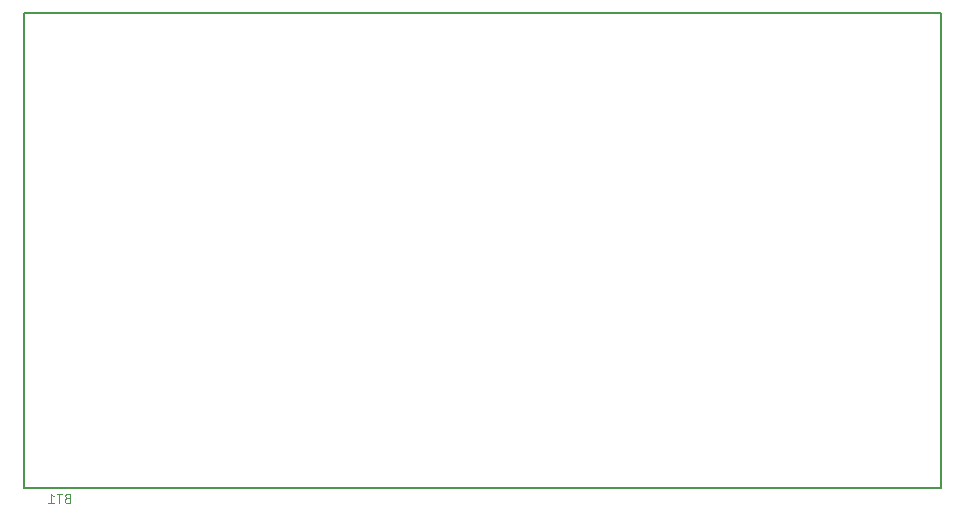
<source format=gbr>
%TF.GenerationSoftware,KiCad,Pcbnew,7.0.10*%
%TF.CreationDate,2024-02-02T07:34:31+01:00*%
%TF.ProjectId,stm32_esp32_pcb,73746d33-325f-4657-9370-33325f706362,rev?*%
%TF.SameCoordinates,Original*%
%TF.FileFunction,Legend,Bot*%
%TF.FilePolarity,Positive*%
%FSLAX46Y46*%
G04 Gerber Fmt 4.6, Leading zero omitted, Abs format (unit mm)*
G04 Created by KiCad (PCBNEW 7.0.10) date 2024-02-02 07:34:31*
%MOMM*%
%LPD*%
G01*
G04 APERTURE LIST*
%ADD10C,0.100000*%
%ADD11C,0.127000*%
G04 APERTURE END LIST*
D10*
X133503571Y-90340847D02*
X133389285Y-90378942D01*
X133389285Y-90378942D02*
X133351190Y-90417038D01*
X133351190Y-90417038D02*
X133313094Y-90493228D01*
X133313094Y-90493228D02*
X133313094Y-90607514D01*
X133313094Y-90607514D02*
X133351190Y-90683704D01*
X133351190Y-90683704D02*
X133389285Y-90721800D01*
X133389285Y-90721800D02*
X133465475Y-90759895D01*
X133465475Y-90759895D02*
X133770237Y-90759895D01*
X133770237Y-90759895D02*
X133770237Y-89959895D01*
X133770237Y-89959895D02*
X133503571Y-89959895D01*
X133503571Y-89959895D02*
X133427380Y-89997990D01*
X133427380Y-89997990D02*
X133389285Y-90036085D01*
X133389285Y-90036085D02*
X133351190Y-90112276D01*
X133351190Y-90112276D02*
X133351190Y-90188466D01*
X133351190Y-90188466D02*
X133389285Y-90264657D01*
X133389285Y-90264657D02*
X133427380Y-90302752D01*
X133427380Y-90302752D02*
X133503571Y-90340847D01*
X133503571Y-90340847D02*
X133770237Y-90340847D01*
X133084523Y-89959895D02*
X132627380Y-89959895D01*
X132855952Y-90759895D02*
X132855952Y-89959895D01*
X131941666Y-90759895D02*
X132398809Y-90759895D01*
X132170237Y-90759895D02*
X132170237Y-89959895D01*
X132170237Y-89959895D02*
X132246428Y-90074180D01*
X132246428Y-90074180D02*
X132322618Y-90150371D01*
X132322618Y-90150371D02*
X132398809Y-90188466D01*
D11*
%TO.C,BT1*%
X129850000Y-49245000D02*
X129850000Y-89455000D01*
X129850000Y-89455000D02*
X207550000Y-89455000D01*
X207550000Y-49245000D02*
X129850000Y-49245000D01*
X207550000Y-89455000D02*
X207550000Y-49245000D01*
%TD*%
M02*

</source>
